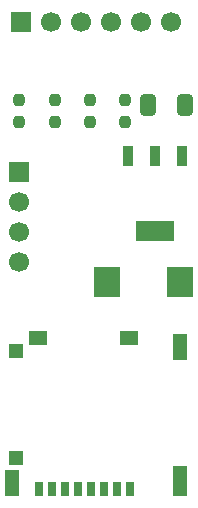
<source format=gts>
%TF.GenerationSoftware,KiCad,Pcbnew,9.0.6*%
%TF.CreationDate,2025-11-09T12:48:57-08:00*%
%TF.ProjectId,storage_block,73746f72-6167-4655-9f62-6c6f636b2e6b,rev?*%
%TF.SameCoordinates,Original*%
%TF.FileFunction,Soldermask,Top*%
%TF.FilePolarity,Negative*%
%FSLAX46Y46*%
G04 Gerber Fmt 4.6, Leading zero omitted, Abs format (unit mm)*
G04 Created by KiCad (PCBNEW 9.0.6) date 2025-11-09 12:48:57*
%MOMM*%
%LPD*%
G01*
G04 APERTURE LIST*
G04 Aperture macros list*
%AMRoundRect*
0 Rectangle with rounded corners*
0 $1 Rounding radius*
0 $2 $3 $4 $5 $6 $7 $8 $9 X,Y pos of 4 corners*
0 Add a 4 corners polygon primitive as box body*
4,1,4,$2,$3,$4,$5,$6,$7,$8,$9,$2,$3,0*
0 Add four circle primitives for the rounded corners*
1,1,$1+$1,$2,$3*
1,1,$1+$1,$4,$5*
1,1,$1+$1,$6,$7*
1,1,$1+$1,$8,$9*
0 Add four rect primitives between the rounded corners*
20,1,$1+$1,$2,$3,$4,$5,0*
20,1,$1+$1,$4,$5,$6,$7,0*
20,1,$1+$1,$6,$7,$8,$9,0*
20,1,$1+$1,$8,$9,$2,$3,0*%
G04 Aperture macros list end*
%ADD10RoundRect,0.237500X0.237500X-0.250000X0.237500X0.250000X-0.237500X0.250000X-0.237500X-0.250000X0*%
%ADD11R,1.700000X1.700000*%
%ADD12C,1.700000*%
%ADD13R,0.950000X1.750000*%
%ADD14R,3.200000X1.750000*%
%ADD15R,2.300000X2.500000*%
%ADD16R,0.800000X1.240000*%
%ADD17R,1.150000X1.250000*%
%ADD18R,1.150000X2.500000*%
%ADD19R,1.150000X2.200000*%
%ADD20R,1.150000X1.200000*%
%ADD21R,1.500000X1.150000*%
%ADD22RoundRect,0.250000X0.412500X0.650000X-0.412500X0.650000X-0.412500X-0.650000X0.412500X-0.650000X0*%
G04 APERTURE END LIST*
D10*
%TO.C,R3*%
X135000000Y-87412500D03*
X135000000Y-85587500D03*
%TD*%
%TO.C,R1*%
X138000000Y-87412500D03*
X138000000Y-85587500D03*
%TD*%
D11*
%TO.C,J3*%
X135000000Y-91690000D03*
D12*
X135000000Y-94230000D03*
X135000000Y-96770000D03*
X135000000Y-99310000D03*
%TD*%
D10*
%TO.C,R4*%
X144000000Y-87412500D03*
X144000000Y-85587500D03*
%TD*%
D13*
%TO.C,IC1*%
X148800000Y-90350000D03*
X146500000Y-90350000D03*
X144200000Y-90350000D03*
D14*
X146500000Y-96650000D03*
%TD*%
D15*
%TO.C,C2*%
X142400000Y-101000000D03*
X148600000Y-101000000D03*
%TD*%
D16*
%TO.C,J1*%
X144400000Y-118485000D03*
X143300000Y-118485000D03*
X142200000Y-118485000D03*
X141100000Y-118485000D03*
X140000000Y-118485000D03*
X138900000Y-118485000D03*
X137800000Y-118485000D03*
X136700000Y-118485000D03*
D17*
X134755000Y-115855000D03*
D18*
X148645000Y-117855000D03*
D19*
X134355000Y-118005000D03*
D20*
X134755000Y-106855000D03*
D21*
X136560000Y-105730000D03*
X144340000Y-105730000D03*
D19*
X148645000Y-106525000D03*
%TD*%
D10*
%TO.C,R2*%
X141000000Y-87412500D03*
X141000000Y-85587500D03*
%TD*%
D11*
%TO.C,J2*%
X135150000Y-79000000D03*
D12*
X137690000Y-79000000D03*
X140230000Y-79000000D03*
X142770000Y-79000000D03*
X145310000Y-79000000D03*
X147850000Y-79000000D03*
%TD*%
D22*
%TO.C,C1*%
X149062500Y-86000000D03*
X145937500Y-86000000D03*
%TD*%
M02*

</source>
